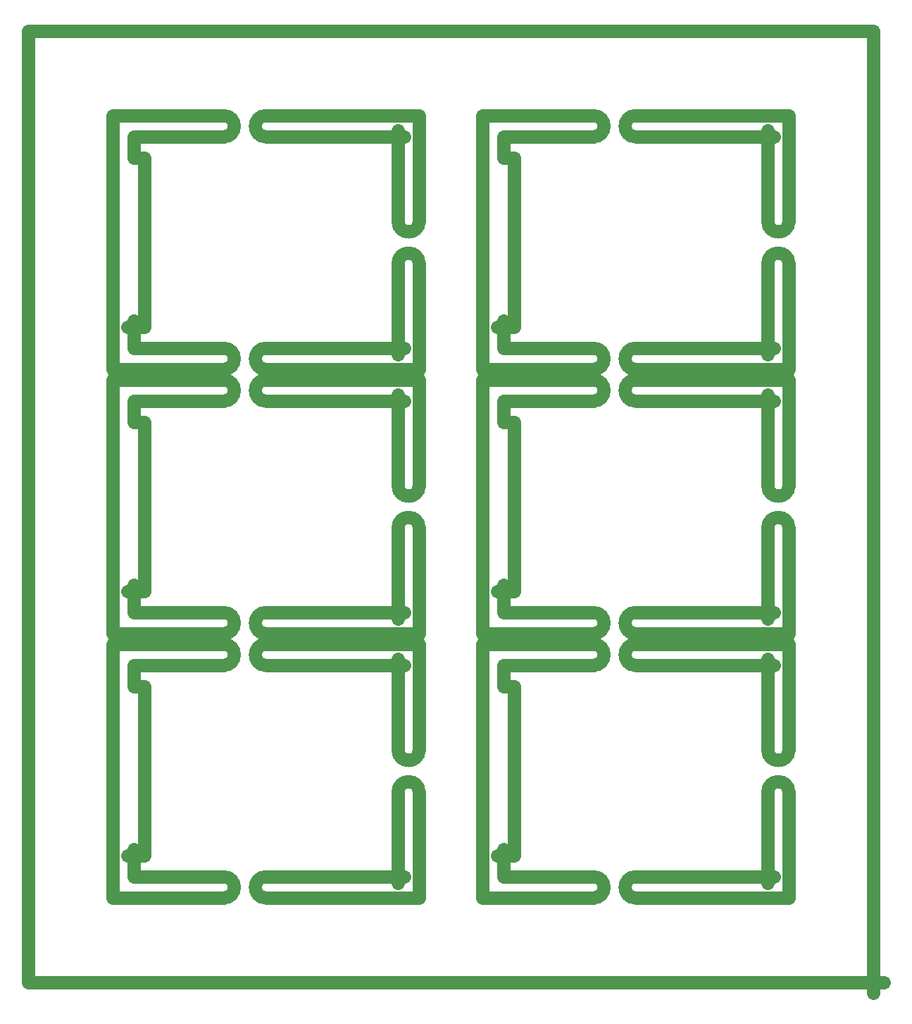
<source format=gbr>
*
%FSLAX26Y26*%
%MOIN*%
%ADD10C,0.062000*%
%IPPOS*%
%LNrout.gbr*%
%LPD*%
G75*
G54D10*
X500000Y630000D02*
Y500000D01*
X925000D01*
G02X925000Y400000I0J-50000D01*
G01X400000D01*
Y1600000D01*
X925000D01*
G02X925000Y1500000I0J-50000D01*
G01X500000D01*
Y1400000D01*
X550000D01*
Y600000D01*
X470000D01*
X1780000Y1500000D02*
X1125000D01*
G02X1125000Y1600000I0J50000D01*
G01X1850000D01*
Y1100000D01*
G02X1750000Y1100000I-50000J0D01*
G01Y1530000D01*
Y470000D02*
Y900000D01*
G02X1850000Y900000I50000J0D01*
G01Y400000D01*
X1125000D01*
G02X1125000Y500000I0J50000D01*
G01X1780000D01*
X4050000Y0D02*
X0D01*
Y4500000D01*
X4000000D01*
Y-50000D01*
X500000Y1880000D02*
Y1750000D01*
X925000D01*
G02X925000Y1650000I0J-50000D01*
G01X400000D01*
Y2850000D01*
X925000D01*
G02X925000Y2750000I0J-50000D01*
G01X500000D01*
Y2650000D01*
X550000D01*
Y1850000D01*
X470000D01*
X1780000Y2750000D02*
X1125000D01*
G02X1125000Y2850000I0J50000D01*
G01X1850000D01*
Y2350000D01*
G02X1750000Y2350000I-50000J0D01*
G01Y2780000D01*
Y1720000D02*
Y2150000D01*
G02X1850000Y2150000I50000J0D01*
G01Y1650000D01*
X1125000D01*
G02X1125000Y1750000I0J50000D01*
G01X1780000D01*
X500000Y3130000D02*
Y3000000D01*
X925000D01*
G02X925000Y2900000I0J-50000D01*
G01X400000D01*
Y4100000D01*
X925000D01*
G02X925000Y4000000I0J-50000D01*
G01X500000D01*
Y3900000D01*
X550000D01*
Y3100000D01*
X470000D01*
X1780000Y4000000D02*
X1125000D01*
G02X1125000Y4100000I0J50000D01*
G01X1850000D01*
Y3600000D01*
G02X1750000Y3600000I-50000J0D01*
G01Y4030000D01*
Y2970000D02*
Y3400000D01*
G02X1850000Y3400000I50000J0D01*
G01Y2900000D01*
X1125000D01*
G02X1125000Y3000000I0J50000D01*
G01X1780000D01*
X2250000Y3130000D02*
Y3000000D01*
X2675000D01*
G02X2675000Y2900000I0J-50000D01*
G01X2150000D01*
Y4100000D01*
X2675000D01*
G02X2675000Y4000000I0J-50000D01*
G01X2250000D01*
Y3900000D01*
X2300000D01*
Y3100000D01*
X2220000D01*
X3530000Y4000000D02*
X2875000D01*
G02X2875000Y4100000I0J50000D01*
G01X3600000D01*
Y3600000D01*
G02X3500000Y3600000I-50000J0D01*
G01Y4030000D01*
Y2970000D02*
Y3400000D01*
G02X3600000Y3400000I50000J0D01*
G01Y2900000D01*
X2875000D01*
G02X2875000Y3000000I0J50000D01*
G01X3530000D01*
X2250000Y1880000D02*
Y1750000D01*
X2675000D01*
G02X2675000Y1650000I0J-50000D01*
G01X2150000D01*
Y2850000D01*
X2675000D01*
G02X2675000Y2750000I0J-50000D01*
G01X2250000D01*
Y2650000D01*
X2300000D01*
Y1850000D01*
X2220000D01*
X3530000Y2750000D02*
X2875000D01*
G02X2875000Y2850000I0J50000D01*
G01X3600000D01*
Y2350000D01*
G02X3500000Y2350000I-50000J0D01*
G01Y2780000D01*
Y1720000D02*
Y2150000D01*
G02X3600000Y2150000I50000J0D01*
G01Y1650000D01*
X2875000D01*
G02X2875000Y1750000I0J50000D01*
G01X3530000D01*
X2250000Y630000D02*
Y500000D01*
X2675000D01*
G02X2675000Y400000I0J-50000D01*
G01X2150000D01*
Y1600000D01*
X2675000D01*
G02X2675000Y1500000I0J-50000D01*
G01X2250000D01*
Y1400000D01*
X2300000D01*
Y600000D01*
X2220000D01*
X3530000Y1500000D02*
X2875000D01*
G02X2875000Y1600000I0J50000D01*
G01X3600000D01*
Y1100000D01*
G02X3500000Y1100000I-50000J0D01*
G01Y1530000D01*
Y470000D02*
Y900000D01*
G02X3600000Y900000I50000J0D01*
G01Y400000D01*
X2875000D01*
G02X2875000Y500000I0J50000D01*
G01X3530000D01*
M02*

</source>
